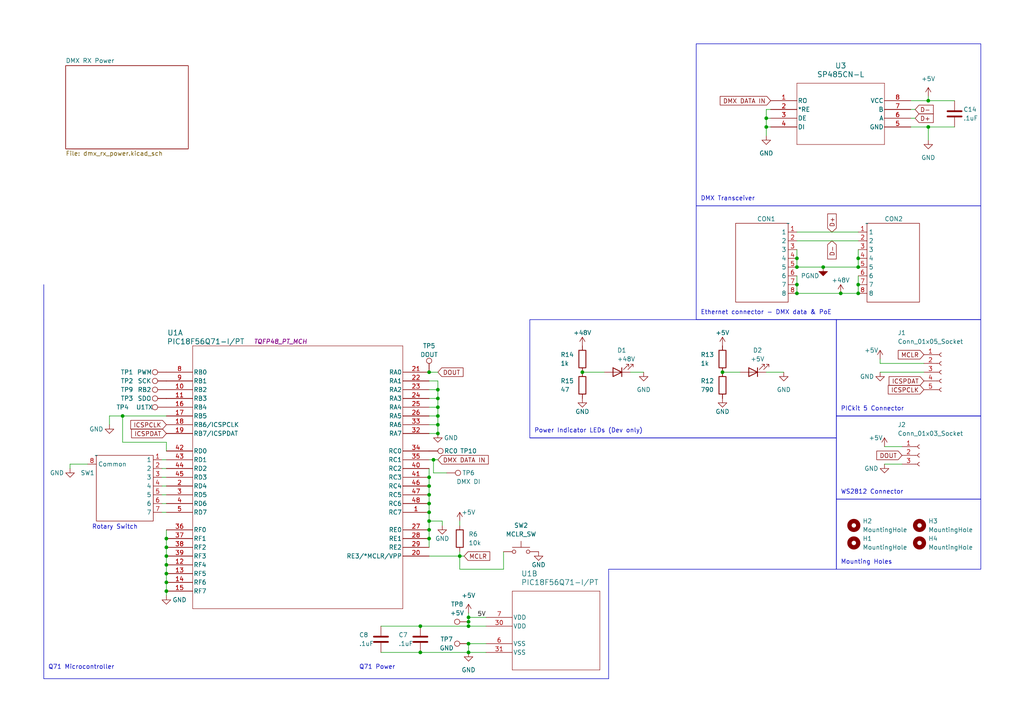
<source format=kicad_sch>
(kicad_sch (version 20230121) (generator eeschema)
  (paper "A4")
  (title_block (title "DMX Demo Receiver") (date "2023-07-21") (rev "1") (company "Microchip") (comment 1 "Josh Booth"))
  (lib_symbols
    (symbol "Connector:Conn_01x03_Socket" (pin_names (offset 1.016) hide)
      (property "Reference" "J" (at 0 5.08 0))
      (property "Value" "Conn_01x03_Socket" (at 0 -5.08 0))
      (symbol "Conn_01x03_Socket_1_1"
        (arc (start 0 -2.032) (mid -0.5058 -2.54) (end 0 -3.048) (stroke (width 0.1524)))
        (polyline (pts (xy -1.27 -2.54) (xy -0.508 -2.54)) (stroke (width 0.1524)))
        (polyline (pts (xy -1.27 0) (xy -0.508 0)) (stroke (width 0.1524)))
        (polyline (pts (xy -1.27 2.54) (xy -0.508 2.54)) (stroke (width 0.1524)))
        (arc (start 0 0.508) (mid -0.5058 0) (end 0 -0.508) (stroke (width 0.1524)))
        (arc (start 0 3.048) (mid -0.5058 2.54) (end 0 2.032) (stroke (width 0.1524)))
        (pin passive line (at -5.08 2.54 0) (length 3.81) (name "Pin_1") (number "1"))
        (pin passive line (at -5.08 0 0) (length 3.81) (name "Pin_2") (number "2"))
        (pin passive line (at -5.08 -2.54 0) (length 3.81) (name "Pin_3") (number "3"))
      )
    )
    (symbol "Connector:Conn_01x05_Socket" (pin_names (offset 1.016) hide)
      (property "Reference" "J" (at 0 7.62 0))
      (property "Value" "Conn_01x05_Socket" (at 0 -7.62 0))
      (symbol "Conn_01x05_Socket_1_1"
        (arc (start 0 -4.572) (mid -0.5058 -5.08) (end 0 -5.588) (stroke (width 0.1524)))
        (arc (start 0 -2.032) (mid -0.5058 -2.54) (end 0 -3.048) (stroke (width 0.1524)))
        (polyline (pts (xy -1.27 -5.08) (xy -0.508 -5.08)) (stroke (width 0.1524)))
        (polyline (pts (xy -1.27 -2.54) (xy -0.508 -2.54)) (stroke (width 0.1524)))
        (polyline (pts (xy -1.27 0) (xy -0.508 0)) (stroke (width 0.1524)))
        (polyline (pts (xy -1.27 2.54) (xy -0.508 2.54)) (stroke (width 0.1524)))
        (polyline (pts (xy -1.27 5.08) (xy -0.508 5.08)) (stroke (width 0.1524)))
        (arc (start 0 0.508) (mid -0.5058 0) (end 0 -0.508) (stroke (width 0.1524)))
        (arc (start 0 3.048) (mid -0.5058 2.54) (end 0 2.032) (stroke (width 0.1524)))
        (arc (start 0 5.588) (mid -0.5058 5.08) (end 0 4.572) (stroke (width 0.1524)))
        (pin passive line (at -5.08 5.08 0) (length 3.81) (name "Pin_1") (number "1"))
        (pin passive line (at -5.08 2.54 0) (length 3.81) (name "Pin_2") (number "2"))
        (pin passive line (at -5.08 0 0) (length 3.81) (name "Pin_3") (number "3"))
        (pin passive line (at -5.08 -2.54 0) (length 3.81) (name "Pin_4") (number "4"))
        (pin passive line (at -5.08 -5.08 0) (length 3.81) (name "Pin_5") (number "5"))
      )
    )
    (symbol "Connector:TestPoint" (pin_numbers hide) (pin_names (offset 0.762) hide)
      (property "Reference" "TP" (at 0 6.858 0))
      (property "Value" "TestPoint" (at 0 5.08 0))
      (symbol "TestPoint_0_1"
        (circle (center 0 3.302) (radius 0.762))
      )
      (symbol "TestPoint_1_1"
        (pin passive line (at 0 0 90) (length 2.54) (name "1") (number "1"))
      )
    )
    (symbol "Device:C" (pin_numbers hide) (pin_names (offset 0.254))
      (property "Reference" "C" (at 0.635 2.54 0))
      (property "Value" "C" (at 0.635 -2.54 0))
      (symbol "C_0_1"
        (polyline (pts (xy -2.032 -0.762) (xy 2.032 -0.762)) (stroke (width 0.508)))
        (polyline (pts (xy -2.032 0.762) (xy 2.032 0.762)) (stroke (width 0.508)))
      )
      (symbol "C_1_1"
        (pin passive line (at 0 3.81 270) (length 2.794) (name "~") (number "1"))
        (pin passive line (at 0 -3.81 90) (length 2.794) (name "~") (number "2"))
      )
    )
    (symbol "Device:LED" (pin_numbers hide) (pin_names (offset 1.016) hide)
      (property "Reference" "D" (at 0 2.54 0))
      (property "Value" "LED" (at 0 -2.54 0))
      (symbol "LED_0_1"
        (polyline (pts (xy -1.27 -1.27) (xy -1.27 1.27)) (stroke (width 0.254)))
        (polyline (pts (xy -1.27 0) (xy 1.27 0)))
        (polyline (pts (xy 1.27 -1.27) (xy 1.27 1.27) (xy -1.27 0) (xy 1.27 -1.27)) (stroke (width 0.254)))
        (polyline (pts (xy -3.048 -0.762) (xy -4.572 -2.286) (xy -3.81 -2.286) (xy -4.572 -2.286) (xy -4.572 -1.524)))
        (polyline (pts (xy -1.778 -0.762) (xy -3.302 -2.286) (xy -2.54 -2.286) (xy -3.302 -2.286) (xy -3.302 -1.524)))
      )
      (symbol "LED_1_1"
        (pin passive line (at -3.81 0 0) (length 2.54) (name "K") (number "1"))
        (pin passive line (at 3.81 0 180) (length 2.54) (name "A") (number "2"))
      )
    )
    (symbol "Device:R" (pin_numbers hide) (pin_names (offset 0))
      (property "Reference" "R" (at 2.032 0 90))
      (property "Value" "R" (at 0 0 90))
      (symbol "R_0_1"
        (rectangle (start -1.016 -2.54) (end 1.016 2.54) (stroke (width 0.254)))
      )
      (symbol "R_1_1"
        (pin passive line (at 0 3.81 270) (length 1.27) (name "~") (number "1"))
        (pin passive line (at 0 -3.81 90) (length 1.27) (name "~") (number "2"))
      )
    )
    (symbol "GND1_1" (power) (pin_names (offset 0))
      (property "Value" "PGND" (at 3.81 -2.54 0))
      (symbol "GND1_1_1_1"
        (polyline (pts (xy 0 0) (xy 0 -1.27) (xy 1.27 -1.27) (xy 0 -2.54) (xy -1.27 -1.27) (xy 0 -1.27)) (fill (type outline)))
        (pin power_in line (at 0 0 0) (length 0) hide (name "PGND") (number "1"))
      )
    )
    (symbol "Mechanical:MountingHole" (pin_names (offset 1.016))
      (property "Reference" "H" (at 0 5.08 0))
      (property "Value" "MountingHole" (at 0 3.175 0))
      (symbol "MountingHole_0_1"
        (circle (center 0 0) (radius 1.27) (stroke (width 1.27)))
      )
    )
    (symbol "PIC18F56Q71-I-PT:PIC18F56Q71-I_PT" (pin_names (offset 0.254))
      (property "Reference" "U" (at 38.1 12.7 0))
      (property "Value" "PIC18F56Q71-I/PT" (at 38.1 10.16 0))
      (symbol "PIC18F56Q71-I_PT_1_1"
        (polyline (pts (xy 7.62 -68.58) (xy 68.58 -68.58)) (stroke (width 0.127)))
        (polyline (pts (xy 7.62 7.62) (xy 7.62 -68.58)) (stroke (width 0.127)))
        (polyline (pts (xy 68.58 -68.58) (xy 68.58 7.62)) (stroke (width 0.127)))
        (polyline (pts (xy 68.58 7.62) (xy 7.62 7.62)) (stroke (width 0.127)))
        (pin bidirectional line (at 76.2 -40.64 180) (length 7.62) (name "RC7") (number "1"))
        (pin bidirectional line (at 0 -5.08 0) (length 7.62) (name "RB2") (number "10"))
        (pin bidirectional line (at 0 -7.62 0) (length 7.62) (name "RB3") (number "11"))
        (pin bidirectional line (at 0 -55.88 0) (length 7.62) (name "RF4") (number "12"))
        (pin bidirectional line (at 0 -58.42 0) (length 7.62) (name "RF5") (number "13"))
        (pin bidirectional line (at 0 -60.96 0) (length 7.62) (name "RF6") (number "14"))
        (pin bidirectional line (at 0 -63.5 0) (length 7.62) (name "RF7") (number "15"))
        (pin bidirectional line (at 0 -10.16 0) (length 7.62) (name "RB4") (number "16"))
        (pin bidirectional line (at 0 -12.7 0) (length 7.62) (name "RB5") (number "17"))
        (pin bidirectional line (at 0 -15.24 0) (length 7.62) (name "RB6/ICSPCLK") (number "18"))
        (pin bidirectional line (at 0 -17.78 0) (length 7.62) (name "RB7/ICSPDAT") (number "19"))
        (pin bidirectional line (at 0 -33.02 0) (length 7.62) (name "RD4") (number "2"))
        (pin bidirectional line (at 76.2 -53.34 180) (length 7.62) (name "RE3/*MCLR/VPP") (number "20"))
        (pin bidirectional line (at 76.2 0 180) (length 7.62) (name "RA0") (number "21"))
        (pin bidirectional line (at 76.2 -2.54 180) (length 7.62) (name "RA1") (number "22"))
        (pin bidirectional line (at 76.2 -5.08 180) (length 7.62) (name "RA2") (number "23"))
        (pin bidirectional line (at 76.2 -7.62 180) (length 7.62) (name "RA3") (number "24"))
        (pin bidirectional line (at 76.2 -10.16 180) (length 7.62) (name "RA4") (number "25"))
        (pin bidirectional line (at 76.2 -12.7 180) (length 7.62) (name "RA5") (number "26"))
        (pin bidirectional line (at 76.2 -45.72 180) (length 7.62) (name "RE0") (number "27"))
        (pin bidirectional line (at 76.2 -48.26 180) (length 7.62) (name "RE1") (number "28"))
        (pin bidirectional line (at 76.2 -50.8 180) (length 7.62) (name "RE2") (number "29"))
        (pin bidirectional line (at 0 -35.56 0) (length 7.62) (name "RD5") (number "3"))
        (pin bidirectional line (at 76.2 -17.78 180) (length 7.62) (name "RA7") (number "32"))
        (pin bidirectional line (at 76.2 -15.24 180) (length 7.62) (name "RA6") (number "33"))
        (pin bidirectional line (at 76.2 -22.86 180) (length 7.62) (name "RC0") (number "34"))
        (pin bidirectional line (at 76.2 -25.4 180) (length 7.62) (name "RC1") (number "35"))
        (pin bidirectional line (at 0 -45.72 0) (length 7.62) (name "RF0") (number "36"))
        (pin bidirectional line (at 0 -48.26 0) (length 7.62) (name "RF1") (number "37"))
        (pin bidirectional line (at 0 -50.8 0) (length 7.62) (name "RF2") (number "38"))
        (pin bidirectional line (at 0 -53.34 0) (length 7.62) (name "RF3") (number "39"))
        (pin bidirectional line (at 0 -38.1 0) (length 7.62) (name "RD6") (number "4"))
        (pin bidirectional line (at 76.2 -27.94 180) (length 7.62) (name "RC2") (number "40"))
        (pin bidirectional line (at 76.2 -30.48 180) (length 7.62) (name "RC3") (number "41"))
        (pin bidirectional line (at 0 -22.86 0) (length 7.62) (name "RD0") (number "42"))
        (pin bidirectional line (at 0 -25.4 0) (length 7.62) (name "RD1") (number "43"))
        (pin bidirectional line (at 0 -27.94 0) (length 7.62) (name "RD2") (number "44"))
        (pin bidirectional line (at 0 -30.48 0) (length 7.62) (name "RD3") (number "45"))
        (pin bidirectional line (at 76.2 -33.02 180) (length 7.62) (name "RC4") (number "46"))
        (pin bidirectional line (at 76.2 -35.56 180) (length 7.62) (name "RC5") (number "47"))
        (pin bidirectional line (at 76.2 -38.1 180) (length 7.62) (name "RC6") (number "48"))
        (pin bidirectional line (at 0 -40.64 0) (length 7.62) (name "RD7") (number "5"))
        (pin bidirectional line (at 0 0 0) (length 7.62) (name "RB0") (number "8"))
        (pin bidirectional line (at 0 -2.54 0) (length 7.62) (name "RB1") (number "9"))
      )
      (symbol "PIC18F56Q71-I_PT_2_1"
        (polyline (pts (xy 7.62 -15.24) (xy 33.02 -15.24)) (stroke (width 0.127)))
        (polyline (pts (xy 7.62 7.62) (xy 7.62 -15.24)) (stroke (width 0.127)))
        (polyline (pts (xy 33.02 -15.24) (xy 33.02 7.62)) (stroke (width 0.127)))
        (polyline (pts (xy 33.02 7.62) (xy 7.62 7.62)) (stroke (width 0.127)))
        (pin power_in line (at 0 -2.54 0) (length 7.62) (name "VDD") (number "30"))
        (pin power_out line (at 0 -10.16 0) (length 7.62) (name "VSS") (number "31"))
        (pin power_out line (at 0 -7.62 0) (length 7.62) (name "VSS") (number "6"))
        (pin power_in line (at 0 0 0) (length 7.62) (name "VDD") (number "7"))
      )
    )
    (symbol "SP485CN-L:SP485CN-L" (pin_names (offset 0.254))
      (property "Reference" "U" (at 20.32 10.16 0))
      (property "Value" "SP485CN-L" (at 20.32 7.62 0))
      (symbol "SP485CN-L_0_1"
        (polyline (pts (xy 7.62 -12.7) (xy 33.02 -12.7)) (stroke (width 0.127)))
        (polyline (pts (xy 7.62 5.08) (xy 7.62 -12.7)) (stroke (width 0.127)))
        (polyline (pts (xy 33.02 -12.7) (xy 33.02 5.08)) (stroke (width 0.127)))
        (polyline (pts (xy 33.02 5.08) (xy 7.62 5.08)) (stroke (width 0.127)))
        (pin output line (at 0 0 0) (length 7.62) (name "RO") (number "1"))
        (pin output line (at 0 -2.54 0) (length 7.62) (name "*RE") (number "2"))
        (pin output line (at 0 -5.08 0) (length 7.62) (name "DE") (number "3"))
        (pin input line (at 0 -7.62 0) (length 7.62) (name "DI") (number "4"))
        (pin power_out line (at 40.64 -7.62 180) (length 7.62) (name "GND") (number "5"))
        (pin bidirectional line (at 40.64 -5.08 180) (length 7.62) (name "A") (number "6"))
        (pin bidirectional line (at 40.64 -2.54 180) (length 7.62) (name "B") (number "7"))
        (pin power_in line (at 40.64 0 180) (length 7.62) (name "VCC") (number "8"))
      )
    )
    (symbol "Switch:SW_Push" (pin_numbers hide) (pin_names (offset 1.016) hide)
      (property "Reference" "SW" (at 1.27 2.54 0))
      (property "Value" "SW_Push" (at 0 -1.524 0))
      (symbol "SW_Push_0_1"
        (circle (center -2.032 0) (radius 0.508))
        (polyline (pts (xy 0 1.27) (xy 0 3.048)))
        (polyline (pts (xy 2.54 1.27) (xy -2.54 1.27)))
        (circle (center 2.032 0) (radius 0.508))
        (pin passive line (at -5.08 0 0) (length 2.54) (name "1") (number "1"))
        (pin passive line (at 5.08 0 180) (length 2.54) (name "2") (number "2"))
      )
    )
    (symbol "dmx_components_library:E5J88-00LJG2-L"
      (property "Reference" "CON" (at 1.27 1.27 0))
      (symbol "E5J88-00LJG2-L_0_1"
        (rectangle (start 0 0) (end 15.24 -22.86))
      )
      (symbol "E5J88-00LJG2-L_1_1"
        (pin bidirectional line (at -2.54 -2.54 0) (length 2.54) (name "1") (number "1"))
        (pin bidirectional line (at -2.54 -5.08 0) (length 2.54) (name "2") (number "2"))
        (pin bidirectional line (at -2.54 -7.62 0) (length 2.54) (name "3") (number "3"))
        (pin bidirectional line (at -2.54 -10.16 0) (length 2.54) (name "4") (number "4"))
        (pin bidirectional line (at -2.54 -12.7 0) (length 2.54) (name "5") (number "5"))
        (pin bidirectional line (at -2.54 -15.24 0) (length 2.54) (name "6") (number "6"))
        (pin bidirectional line (at -2.54 -17.78 0) (length 2.54) (name "7") (number "7"))
        (pin bidirectional line (at -2.54 -20.32 0) (length 2.54) (name "8") (number "8"))
      )
    )
    (symbol "dmx_components_library:RM100772BCB"
      (property "Reference" "SW" (at -1.27 2.54 0))
      (symbol "RM100772BCB_0_1"
        (rectangle (start 0 0) (end 16.51 -19.05))
      )
      (symbol "RM100772BCB_1_1"
        (pin bidirectional line (at 19.05 -1.27 180) (length 2.54) (name "1") (number "1"))
        (pin bidirectional line (at 19.05 -3.81 180) (length 2.54) (name "2") (number "2"))
        (pin bidirectional line (at 19.05 -6.35 180) (length 2.54) (name "3") (number "3"))
        (pin bidirectional line (at 19.05 -8.89 180) (length 2.54) (name "4") (number "4"))
        (pin bidirectional line (at 19.05 -11.43 180) (length 2.54) (name "5") (number "5"))
        (pin bidirectional line (at 19.05 -13.97 180) (length 2.54) (name "6") (number "6"))
        (pin bidirectional line (at 19.05 -16.51 180) (length 2.54) (name "7") (number "7"))
        (pin bidirectional line (at -2.54 -2.54 0) (length 2.54) (name "Common") (number "8"))
      )
    )
    (symbol "power:+48V" (power) (pin_names (offset 0))
      (property "Value" "+48V" (at 0 3.556 0))
      (symbol "+48V_0_1"
        (polyline (pts (xy -0.762 1.27) (xy 0 2.54)))
        (polyline (pts (xy 0 0) (xy 0 2.54)))
        (polyline (pts (xy 0 2.54) (xy 0.762 1.27)))
      )
      (symbol "+48V_1_1"
        (pin power_in line (at 0 0 90) (length 0) hide (name "+48V") (number "1"))
      )
    )
    (symbol "power:+5V" (power) (pin_names (offset 0))
      (property "Value" "+5V" (at 0 3.556 0))
      (symbol "+5V_0_1"
        (polyline (pts (xy -0.762 1.27) (xy 0 2.54)))
        (polyline (pts (xy 0 0) (xy 0 2.54)))
        (polyline (pts (xy 0 2.54) (xy 0.762 1.27)))
      )
      (symbol "+5V_1_1"
        (pin power_in line (at 0 0 90) (length 0) hide (name "+5V") (number "1"))
      )
    )
    (symbol "power:GND" (power) (pin_names (offset 0))
      (property "Value" "GND" (at 0 -3.81 0))
      (symbol "GND_0_1"
        (polyline (pts (xy 0 0) (xy 0 -1.27) (xy 1.27 -1.27) (xy 0 -2.54) (xy -1.27 -1.27) (xy 0 -1.27)))
      )
      (symbol "GND_1_1"
        (pin power_in line (at 0 0 270) (length 0) hide (name "GND") (number "1"))
      )
    )
  )
  (junction (at 124.46 140.97))
  (junction (at 269.24 29.21))
  (junction (at 127 118.11))
  (junction (at 121.92 189.23))
  (junction (at 135.89 181.61))
  (junction (at 248.92 82.55))
  (junction (at 124.46 143.51))
  (junction (at 124.46 156.21))
  (junction (at 135.89 180.34))
  (junction (at 231.14 85.09))
  (junction (at 48.26 171.45))
  (junction (at 48.26 158.75))
  (junction (at 133.35 161.29))
  (junction (at 222.25 34.29))
  (junction (at 238.76 77.47))
  (junction (at 269.24 36.83))
  (junction (at 231.14 82.55))
  (junction (at 121.92 181.61))
  (junction (at 127 115.57))
  (junction (at 248.92 77.47))
  (junction (at 248.92 85.09))
  (junction (at 124.46 107.95))
  (junction (at 135.89 179.07))
  (junction (at 127 120.65))
  (junction (at 231.14 74.93))
  (junction (at 125.73 133.35))
  (junction (at 48.26 163.83))
  (junction (at 48.26 156.21))
  (junction (at 243.84 85.09))
  (junction (at 222.25 36.83))
  (junction (at 48.26 161.29))
  (junction (at 124.46 151.13))
  (junction (at 248.92 74.93))
  (junction (at 124.46 148.59))
  (junction (at 209.55 107.95))
  (junction (at 127 125.73))
  (junction (at 127 113.03))
  (junction (at 135.89 186.69))
  (junction (at 124.46 153.67))
  (junction (at 48.26 166.37))
  (junction (at 168.91 107.95))
  (junction (at 48.26 168.91))
  (junction (at 124.46 146.05))
  (junction (at 35.56 120.65))
  (junction (at 135.89 189.23))
  (junction (at 127 123.19))
  (junction (at 124.46 138.43))
  (junction (at 231.14 77.47))
  (wire (pts (xy 125.73 137.16) (xy 129.54 137.16)))
  (wire (pts (xy 231.14 72.39) (xy 231.14 74.93)))
  (wire (pts (xy 168.91 107.95) (xy 175.26 107.95)))
  (wire (pts (xy 231.14 85.09) (xy 243.84 85.09)))
  (wire (pts (xy 248.92 72.39) (xy 248.92 74.93)))
  (wire (pts (xy 46.99 135.89) (xy 48.26 135.89)))
  (wire (pts (xy 48.26 153.67) (xy 48.26 156.21)))
  (polyline (pts (xy 12.7 196.85) (xy 176.53 196.85)))
  (wire (pts (xy 128.27 151.13) (xy 128.27 152.4)))
  (wire (pts (xy 256.54 129.54) (xy 261.62 129.54)))
  (wire (pts (xy 31.75 120.65) (xy 35.56 120.65)))
  (wire (pts (xy 110.49 189.23) (xy 121.92 189.23)))
  (wire (pts (xy 222.25 34.29) (xy 223.52 34.29)))
  (wire (pts (xy 222.25 107.95) (xy 227.33 107.95)))
  (wire (pts (xy 140.97 186.69) (xy 135.89 186.69)))
  (wire (pts (xy 48.26 156.21) (xy 48.26 158.75)))
  (wire (pts (xy 124.46 135.89) (xy 124.46 138.43)))
  (wire (pts (xy 48.26 161.29) (xy 48.26 163.83)))
  (wire (pts (xy 127 123.19) (xy 127 125.73)))
  (wire (pts (xy 127 110.49) (xy 127 113.03)))
  (wire (pts (xy 127 113.03) (xy 127 115.57)))
  (wire (pts (xy 48.26 158.75) (xy 48.26 161.29)))
  (wire (pts (xy 48.26 168.91) (xy 48.26 171.45)))
  (wire (pts (xy 231.14 67.31) (xy 248.92 67.31)))
  (wire (pts (xy 231.14 77.47) (xy 238.76 77.47)))
  (polyline (pts (xy 12.7 92.71) (xy 12.7 82.55)))
  (wire (pts (xy 124.46 140.97) (xy 124.46 143.51)))
  (wire (pts (xy 209.55 107.95) (xy 214.63 107.95)))
  (wire (pts (xy 121.92 189.23) (xy 135.89 189.23)))
  (wire (pts (xy 48.26 171.45) (xy 48.26 172.72)))
  (wire (pts (xy 269.24 29.21) (xy 276.86 29.21)))
  (polyline (pts (xy 242.57 127) (xy 153.67 127)))
  (wire (pts (xy 125.73 133.35) (xy 124.46 133.35)))
  (wire (pts (xy 133.35 151.13) (xy 133.35 152.4)))
  (wire (pts (xy 124.46 110.49) (xy 127 110.49)))
  (wire (pts (xy 127 120.65) (xy 127 123.19)))
  (wire (pts (xy 222.25 39.37) (xy 222.25 36.83)))
  (wire (pts (xy 231.14 69.85) (xy 248.92 69.85)))
  (wire (pts (xy 269.24 36.83) (xy 269.24 40.64)))
  (wire (pts (xy 31.75 123.19) (xy 31.75 120.65)))
  (wire (pts (xy 124.46 153.67) (xy 124.46 156.21)))
  (wire (pts (xy 256.54 134.62) (xy 261.62 134.62)))
  (wire (pts (xy 133.35 160.02) (xy 133.35 161.29)))
  (wire (pts (xy 20.32 135.89) (xy 20.32 134.62)))
  (polyline (pts (xy 176.53 165.1) (xy 242.57 165.1)))
  (wire (pts (xy 248.92 80.01) (xy 248.92 82.55)))
  (wire (pts (xy 35.56 128.27) (xy 35.56 120.65)))
  (wire (pts (xy 135.89 186.69) (xy 135.89 189.23)))
  (wire (pts (xy 264.16 34.29) (xy 265.43 34.29)))
  (wire (pts (xy 124.46 148.59) (xy 124.46 151.13)))
  (wire (pts (xy 125.73 133.35) (xy 125.73 137.16)))
  (wire (pts (xy 135.89 179.07) (xy 135.89 180.34)))
  (wire (pts (xy 146.05 165.1) (xy 146.05 160.02)))
  (wire (pts (xy 269.24 29.21) (xy 264.16 29.21)))
  (wire (pts (xy 269.24 36.83) (xy 276.86 36.83)))
  (wire (pts (xy 124.46 113.03) (xy 127 113.03)))
  (wire (pts (xy 124.46 146.05) (xy 124.46 148.59)))
  (wire (pts (xy 127 115.57) (xy 127 118.11)))
  (wire (pts (xy 243.84 85.09) (xy 248.92 85.09)))
  (polyline (pts (xy 176.53 196.85) (xy 176.53 165.1)))
  (wire (pts (xy 248.92 74.93) (xy 248.92 77.47)))
  (wire (pts (xy 124.46 123.19) (xy 127 123.19)))
  (wire (pts (xy 124.46 151.13) (xy 124.46 153.67)))
  (polyline (pts (xy 12.7 92.71) (xy 12.7 196.85)))
  (wire (pts (xy 223.52 31.75) (xy 222.25 31.75)))
  (wire (pts (xy 133.35 161.29) (xy 133.35 165.1)))
  (wire (pts (xy 135.89 180.34) (xy 135.89 181.61)))
  (wire (pts (xy 255.27 105.41) (xy 255.27 104.14)))
  (wire (pts (xy 124.46 120.65) (xy 127 120.65)))
  (wire (pts (xy 264.16 36.83) (xy 269.24 36.83)))
  (wire (pts (xy 124.46 115.57) (xy 127 115.57)))
  (wire (pts (xy 48.26 163.83) (xy 48.26 166.37)))
  (wire (pts (xy 222.25 31.75) (xy 222.25 34.29)))
  (wire (pts (xy 231.14 80.01) (xy 231.14 82.55)))
  (wire (pts (xy 127 133.35) (xy 125.73 133.35)))
  (wire (pts (xy 231.14 82.55) (xy 231.14 85.09)))
  (wire (pts (xy 231.14 74.93) (xy 231.14 77.47)))
  (wire (pts (xy 46.99 143.51) (xy 48.26 143.51)))
  (polyline (pts (xy 242.57 165.1) (xy 242.57 127)))
  (wire (pts (xy 135.89 177.8) (xy 135.89 179.07)))
  (wire (pts (xy 222.25 36.83) (xy 223.52 36.83)))
  (wire (pts (xy 121.92 181.61) (xy 135.89 181.61)))
  (wire (pts (xy 135.89 181.61) (xy 140.97 181.61)))
  (wire (pts (xy 48.26 166.37) (xy 48.26 168.91)))
  (wire (pts (xy 124.46 118.11) (xy 127 118.11)))
  (wire (pts (xy 124.46 138.43) (xy 124.46 140.97)))
  (wire (pts (xy 48.26 128.27) (xy 35.56 128.27)))
  (wire (pts (xy 20.32 134.62) (xy 25.4 134.62)))
  (wire (pts (xy 124.46 156.21) (xy 124.46 158.75)))
  (wire (pts (xy 48.26 128.27) (xy 48.26 130.81)))
  (wire (pts (xy 133.35 165.1) (xy 146.05 165.1)))
  (wire (pts (xy 248.92 82.55) (xy 248.92 85.09)))
  (wire (pts (xy 267.97 105.41) (xy 255.27 105.41)))
  (wire (pts (xy 46.99 148.59) (xy 48.26 148.59)))
  (wire (pts (xy 135.89 189.23) (xy 140.97 189.23)))
  (wire (pts (xy 124.46 125.73) (xy 127 125.73)))
  (wire (pts (xy 46.99 133.35) (xy 48.26 133.35)))
  (wire (pts (xy 110.49 181.61) (xy 121.92 181.61)))
  (wire (pts (xy 269.24 27.94) (xy 269.24 29.21)))
  (wire (pts (xy 124.46 151.13) (xy 128.27 151.13)))
  (wire (pts (xy 127 118.11) (xy 127 120.65)))
  (wire (pts (xy 46.99 138.43) (xy 48.26 138.43)))
  (wire (pts (xy 255.27 107.95) (xy 267.97 107.95)))
  (wire (pts (xy 35.56 120.65) (xy 48.26 120.65)))
  (wire (pts (xy 46.99 140.97) (xy 48.26 140.97)))
  (wire (pts (xy 238.76 77.47) (xy 248.92 77.47)))
  (wire (pts (xy 264.16 31.75) (xy 265.43 31.75)))
  (wire (pts (xy 135.89 179.07) (xy 140.97 179.07)))
  (wire (pts (xy 124.46 107.95) (xy 127 107.95)))
  (wire (pts (xy 182.88 107.95) (xy 186.69 107.95)))
  (wire (pts (xy 46.99 146.05) (xy 48.26 146.05)))
  (wire (pts (xy 222.25 36.83) (xy 222.25 34.29)))
  (wire (pts (xy 133.35 161.29) (xy 124.46 161.29)))
  (wire (pts (xy 134.62 161.29) (xy 133.35 161.29)))
  (wire (pts (xy 124.46 143.51) (xy 124.46 146.05)))
  (rectangle (start 242.57 120.65) (end 284.48 144.78))
  (rectangle (start 153.67 92.71) (end 242.57 127))
  (rectangle (start 201.93 59.69) (end 284.48 92.71))
  (rectangle (start 242.57 92.71) (end 284.48 120.65))
  (rectangle (start 201.93 12.7) (end 284.48 59.69))
  (rectangle (start 242.57 144.78) (end 284.48 165.1))
  (text "DMX Transceiver\n" (at 203.2 58.42 0) (effects (font (size 1.27 1.27)) (justify left bottom)))
  (text "Ethernet connector - DMX data & PoE" (at 203.2 91.44 0) (effects (font (size 1.27 1.27)) (justify left bottom)))
  (text "WS2812 Connector\n" (at 243.84 143.51 0) (effects (font (size 1.27 1.27)) (justify left bottom)))
  (text "Q71 Power" (at 104.14 194.31 0) (effects (font (size 1.27 1.27)) (justify left bottom)))
  (text "PICkit 5 Connector\n" (at 243.84 119.38 0) (effects (font (size 1.27 1.27)) (justify left bottom)))
  (text "Power Indicator LEDs (Dev only)" (at 154.94 125.73 0) (effects (font (size 1.27 1.27)) (justify left bottom)))
  (text "Mounting Holes\n" (at 243.84 163.83 0) (effects (font (size 1.27 1.27)) (justify left bottom)))
  (text "Q71 Microcontroller" (at 13.97 194.31 0) (effects (font (size 1.27 1.27)) (justify left bottom)))
  (text "Rotary Switch\n" (at 26.67 153.67 0) (effects (font (size 1.27 1.27)) (justify left bottom)))
  (label "5V" (at 138.43 179.07 0))
  (global_label "D+" (shape input) (at 265.43 34.29 0) (property "Intersheetrefs" "${INTERSHEET_REFS}" (effects hide)))
  (global_label "DOUT" (shape input) (at 127 107.95 0) (property "Intersheetrefs" "${INTERSHEET_REFS}" (effects hide)))
  (global_label "ICSPCLK" (shape input) (at 48.26 123.19 180) (property "Intersheetrefs" "${INTERSHEET_REFS}" (effects hide)))
  (global_label "DMX DATA IN" (shape input) (at 127 133.35 0) (property "Intersheetrefs" "${INTERSHEET_REFS}" (effects hide)))
  (global_label "ICSPCLK" (shape input) (at 267.97 113.03 180) (property "Intersheetrefs" "${INTERSHEET_REFS}" (effects hide)))
  (global_label "D-" (shape input) (at 265.43 31.75 0) (property "Intersheetrefs" "${INTERSHEET_REFS}" (effects hide)))
  (global_label "ICSPDAT" (shape input) (at 48.26 125.73 180) (property "Intersheetrefs" "${INTERSHEET_REFS}" (effects hide)))
  (global_label "ICSPDAT" (shape input) (at 267.97 110.49 180) (property "Intersheetrefs" "${INTERSHEET_REFS}" (effects hide)))
  (global_label "DMX DATA IN" (shape input) (at 223.52 29.21 180) (property "Intersheetrefs" "${INTERSHEET_REFS}" (effects hide)))
  (global_label "MCLR" (shape input) (at 267.97 102.87 180) (property "Intersheetrefs" "${INTERSHEET_REFS}" (effects hide)))
  (global_label "D-" (shape input) (at 241.3 69.85 270) (property "Intersheetrefs" "${INTERSHEET_REFS}" (effects hide)))
  (global_label "DOUT" (shape input) (at 261.62 132.08 180) (property "Intersheetrefs" "${INTERSHEET_REFS}" (effects hide)))
  (global_label "D+" (shape input) (at 241.3 67.31 90) (property "Intersheetrefs" "${INTERSHEET_REFS}" (effects hide)))
  (global_label "MCLR" (shape input) (at 134.62 161.29 0) (property "Intersheetrefs" "${INTERSHEET_REFS}" (effects hide)))
  (symbol (lib_id "dmx_components_library:RM100772BCB") (at 27.94 132.08 0) (unit 1)
    (property "Reference" "SW1" (at 25.4 137.16 0))
    (property "Value" "~" (at 27.94 132.08 0))
  )
  (symbol (lib_id "power:GND") (at 127 125.73 0) (unit 1)
    (property "Reference" "#PWR015" (effects hide))
    (property "Value" "GND" (at 130.81 127 0))
  )
  (symbol (lib_id "Mechanical:MountingHole") (at 247.65 157.48 0) (unit 1)
    (property "Reference" "H1" (at 250.19 156.21 0) (effects (justify left)))
    (property "Value" "MountingHole" (at 250.19 158.75 0) (effects (justify left)))
    (property "Footprint" "MountingHole:MountingHole_3.2mm_M3" (effects hide))
    (property "Vendor" "N/A" (effects hide))
  )
  (symbol (lib_id "Connector:TestPoint") (at 48.26 110.49 90) (unit 1)
    (property "Reference" "TP2" (at 36.83 110.49 90))
    (property "Value" "SCK" (at 41.91 110.49 90))
    (property "Footprint" "TestPoint:TestPoint_Pad_D1.0mm" (effects hide))
    (property "Vendor" "N/A" (effects hide))
  )
  (symbol (lib_id "Connector:Conn_01x05_Socket") (at 273.05 107.95 0) (unit 1)
    (property "Reference" "J1" (at 260.35 96.52 0) (effects (justify left)))
    (property "Value" "Conn_01x05_Socket" (at 260.35 99.06 0) (effects (justify left)))
    (property "Footprint" "Connector_PinHeader_2.54mm:PinHeader_1x05_P2.54mm_Vertical" (effects hide))
    (property "Vendor" "https://www.digikey.com/en/products/detail/w%C3%BCrth-elektronik/61300511121/4846831" (effects hide))
  )
  (symbol (lib_id "Connector:TestPoint") (at 124.46 107.95 0) (unit 1)
    (property "Reference" "TP5" (at 124.46 100.33 0))
    (property "Value" "DOUT" (at 124.46 102.87 0))
    (property "Footprint" "TestPoint:TestPoint_Pad_D1.0mm" (effects hide))
    (property "Vendor" "N/A" (effects hide))
  )
  (symbol (lib_id "Connector:Conn_01x03_Socket") (at 266.7 132.08 0) (unit 1)
    (property "Reference" "J2" (at 260.35 123.19 0) (effects (justify left)))
    (property "Value" "Conn_01x03_Socket" (at 260.35 125.73 0) (effects (justify left)))
    (property "Footprint" "Connector_PinHeader_2.54mm:PinHeader_1x03_P2.54mm_Vertical" (effects hide))
    (property "Vendor" "https://www.digikey.com/en/products/detail/w%C3%BCrth-elektronik/61300311121/4846825" (effects hide))
  )
  (symbol (lib_id "Device:LED") (at 179.07 107.95 180) (unit 1)
    (property "Reference" "D1" (at 180.34 101.6 0))
    (property "Value" "+48V" (at 181.61 104.14 0))
    (property "Footprint" "Resistor_SMD:R_0201_0603Metric_Pad0.64x0.40mm_HandSolder" (effects hide))
    (property "Vendor" "https://www.digikey.com/en/products/detail/liteon/LTST-C191KSKT/386839" (effects hide))
  )
  (symbol (lib_id "power:+5V") (at 135.89 177.8 0) (unit 1)
    (property "Reference" "#PWR024" (effects hide))
    (property "Value" "+5V" (at 135.89 172.72 0))
  )
  (symbol (lib_id "power:+5V") (at 256.54 129.54 0) (unit 1)
    (property "Reference" "#PWR022" (effects hide))
    (property "Value" "+5V" (at 254 127 0))
  )
  (symbol (lib_id "Device:R") (at 209.55 104.14 180) (unit 1)
    (property "Reference" "R13" (at 203.2 102.87 0) (effects (justify right)))
    (property "Value" "1k" (at 203.2 105.41 0) (effects (justify right)))
    (property "Footprint" "Resistor_SMD:R_0402_1005Metric_Pad0.72x0.64mm_HandSolder" (effects hide))
    (property "Vendor" "https://www.digikey.com/en/products/detail/susumu/RR0510P-102-D/432398" (effects hide))
  )
  (symbol (lib_id "power:+48V") (at 168.91 100.33 0) (unit 1)
    (property "Reference" "#PWR037" (effects hide))
    (property "Value" "+48V" (at 168.91 96.52 0))
  )
  (symbol (lib_id "dmx_components_library:E5J88-00LJG2-L") (at 228.6 64.77 0) (mirror y) (unit 1)
    (property "Reference" "CON1" (at 222.25 63.5 0))
    (property "Value" "~" (at 228.6 64.77 0))
    (property "Footprint" "E5J88-00LJG2-L:E5J88-00LJG2-L" (effects hide))
    (property "Vendor" "https://www.digikey.com/en/products/detail/pulse-electronics/E5J88-00LJG2-L/1785312" (effects hide))
  )
  (symbol (lib_id "Connector:TestPoint") (at 135.89 180.34 90) (unit 1)
    (property "Reference" "TP8" (at 132.588 175.26 90))
    (property "Value" "+5V" (at 132.588 177.8 90))
    (property "Footprint" "TestPoint:TestPoint_Pad_D1.0mm" (effects hide))
    (property "Vendor" "N/A" (effects hide))
  )
  (symbol (lib_id "Connector:TestPoint") (at 48.26 115.57 90) (unit 1)
    (property "Reference" "TP3" (at 36.83 115.57 90))
    (property "Value" "SDO" (at 41.91 115.57 90))
    (property "Footprint" "TestPoint:TestPoint_Pad_D1.0mm" (effects hide))
    (property "Vendor" "N/A" (effects hide))
  )
  (symbol (lib_id "Mechanical:MountingHole") (at 247.65 152.4 0) (unit 1)
    (property "Reference" "H2" (at 250.19 151.13 0) (effects (justify left)))
    (property "Value" "MountingHole" (at 250.19 153.67 0) (effects (justify left)))
    (property "Footprint" "MountingHole:MountingHole_3.2mm_M3" (effects hide))
    (property "Vendor" "N/A" (effects hide))
  )
  (symbol (lib_id "Device:R") (at 209.55 111.76 180) (unit 1)
    (property "Reference" "R12" (at 203.2 110.49 0) (effects (justify right)))
    (property "Value" "790" (at 203.2 113.03 0) (effects (justify right)))
    (property "Footprint" "Resistor_SMD:R_0402_1005Metric_Pad0.72x0.64mm_HandSolder" (effects hide))
    (property "Vendor" "https://www.digikey.com/en/products/detail/yageo/RC0402FR-07787RL/5281093" (effects hide))
  )
  (symbol (lib_id "Mechanical:MountingHole") (at 266.7 152.4 0) (unit 1)
    (property "Reference" "H3" (at 269.24 151.13 0) (effects (justify left)))
    (property "Value" "MountingHole" (at 269.24 153.67 0) (effects (justify left)))
    (property "Footprint" "MountingHole:MountingHole_3.2mm_M3" (effects hide))
    (property "Vendor" "N/A" (effects hide))
  )
  (symbol (lib_id "power:GND") (at 209.55 115.57 0) (unit 1)
    (property "Reference" "#PWR036" (effects hide))
    (property "Value" "GND" (at 209.55 119.38 0))
  )
  (symbol (lib_id "PIC18F56Q71-I-PT:PIC18F56Q71-I_PT") (at 48.26 107.95 0) (unit 1)
    (property "Reference" "U1" (at 50.8 96.52 0) (effects (font (size 1.524 1.524))))
    (property "Value" "PIC18F56Q71-I/PT" (at 59.69 99.06 0) (effects (font (size 1.524 1.524))))
    (property "Footprint" "TQFP48_PT_MCH" (at 81.28 99.06 0) (effects (font italic)))
    (property "Datasheet" "PIC18F56Q71-I/PT" (effects hide))
    (property "Vendor" "https://www.digikey.com/en/products/detail/microchip-technology/PIC18F56Q71-I-PT/17631044" (effects hide))
  )
  (symbol (lib_id "power:GND") (at 20.32 135.89 0) (unit 1)
    (property "Reference" "#PWR017" (effects hide))
    (property "Value" "GND" (at 16.51 137.16 0))
  )
  (symbol (lib_id "Device:R") (at 168.91 104.14 180) (unit 1)
    (property "Reference" "R14" (at 162.56 102.87 0) (effects (justify right)))
    (property "Value" "1k" (at 162.56 105.41 0) (effects (justify right)))
    (property "Footprint" "Resistor_SMD:R_0402_1005Metric_Pad0.72x0.64mm_HandSolder" (effects hide))
    (property "Vendor" "https://www.digikey.com/en/products/detail/susumu/RR0510P-102-D/432398" (effects hide))
  )
  (symbol (lib_id "Device:LED") (at 218.44 107.95 180) (unit 1)
    (property "Reference" "D2" (at 219.71 101.6 0))
    (property "Value" "+5V" (at 219.71 104.14 0))
    (property "Footprint" "Resistor_SMD:R_0201_0603Metric_Pad0.64x0.40mm_HandSolder" (effects hide))
    (property "Vendor" "https://www.digikey.com/en/products/detail/liteon/LTST-C190GKT/269230" (effects hide))
  )
  (symbol (lib_id "power:+5V") (at 133.35 151.13 0) (unit 1)
    (property "Reference" "#PWR02" (effects hide))
    (property "Value" "+5V" (at 135.89 148.59 0))
  )
  (symbol (lib_id "Device:C") (at 110.49 185.42 180) (unit 1)
    (property "Reference" "C8" (at 104.14 184.15 0) (effects (justify right)))
    (property "Value" ".1uF" (at 104.14 186.69 0) (effects (justify right)))
  )
  (symbol (lib_id "Device:C") (at 276.86 33.02 180) (unit 1)
    (property "Reference" "C14" (at 279.4 31.75 0) (effects (justify right)))
    (property "Value" ".1uF" (at 279.4 34.29 0) (effects (justify right)))
  )
  (symbol (lib_id "Connector:TestPoint") (at 135.89 186.69 90) (unit 1)
    (property "Reference" "TP7" (at 129.54 185.42 90))
    (property "Value" "GND" (at 129.54 187.96 90))
    (property "Footprint" "TestPoint:TestPoint_Pad_D1.0mm" (effects hide))
    (property "Vendor" "N/A" (effects hide))
  )
  (symbol (lib_id "power:GND") (at 128.27 152.4 0) (unit 1)
    (property "Reference" "#PWR020" (effects hide))
    (property "Value" "GND" (at 128.27 156.21 0))
  )
  (symbol (lib_id "power:GND") (at 227.33 107.95 0) (unit 1)
    (property "Reference" "#PWR09" (effects hide))
    (property "Value" "GND" (at 227.33 113.03 0))
  )
  (symbol (lib_id "Connector:TestPoint") (at 124.46 130.81 270) (unit 1)
    (property "Reference" "TP10" (at 135.89 130.81 90))
    (property "Value" "RC0" (at 130.81 130.81 90))
    (property "Footprint" "TestPoint:TestPoint_Pad_D1.0mm" (effects hide))
    (property "Vendor" "N/A" (effects hide))
  )
  (symbol (lib_id "power:GND") (at 135.89 189.23 0) (unit 1)
    (property "Reference" "#PWR025" (effects hide))
    (property "Value" "GND" (at 135.89 194.31 0))
  )
  (symbol (lib_id "Connector:TestPoint") (at 48.26 107.95 90) (unit 1)
    (property "Reference" "TP1" (at 36.83 107.95 90))
    (property "Value" "PWM" (at 41.91 107.95 90))
    (property "Footprint" "TestPoint:TestPoint_Pad_D1.0mm" (effects hide))
    (property "Vendor" "N/A" (effects hide))
  )
  (symbol (lib_id "dmx_components_library:E5J88-00LJG2-L") (at 251.46 64.77 0) (unit 1)
    (property "Reference" "CON2" (at 256.54 63.5 0) (effects (justify left)))
    (property "Value" "~" (at 251.46 64.77 0))
    (property "Footprint" "E5J88-00LJG2-L:E5J88-00LJG2-L" (effects hide))
    (property "Vendor" "https://www.digikey.com/en/products/detail/pulse-electronics/E5J88-00LJG2-L/1785312" (effects hide))
  )
  (symbol (lib_id "power:GND") (at 269.24 40.64 0) (unit 1)
    (property "Reference" "#PWR04" (effects hide))
    (property "Value" "GND" (at 269.24 45.72 0))
  )
  (symbol (lib_id "power:GND") (at 31.75 123.19 0) (unit 1)
    (property "Reference" "#PWR021" (effects hide))
    (property "Value" "GND" (at 27.94 124.46 0))
  )
  (symbol (lib_id "Connector:TestPoint") (at 129.54 137.16 270) (unit 1)
    (property "Reference" "TP6" (at 135.89 137.16 90))
    (property "Value" "DMX DI" (at 135.89 139.7 90))
    (property "Footprint" "TestPoint:TestPoint_Pad_D1.0mm" (effects hide))
    (property "Vendor" "N/A" (effects hide))
  )
  (symbol (lib_id "SP485CN-L:SP485CN-L") (at 223.52 29.21 0) (unit 1)
    (property "Reference" "U3" (at 243.84 19.05 0) (effects (font (size 1.524 1.524))))
    (property "Value" "SP485CN-L" (at 243.84 21.59 0) (effects (font (size 1.524 1.524))))
    (property "Footprint" "NSOIC-8" (effects hide))
    (property "Datasheet" "SP485CN-L" (effects hide))
    (property "Vendor" "https://www.digikey.com/en/products/detail/maxlinear-inc/SP485CN-L/2411099" (effects hide))
  )
  (symbol (lib_id "Device:R") (at 133.35 156.21 0) (unit 1)
    (property "Reference" "R6" (at 135.89 154.94 0) (effects (justify left)))
    (property "Value" "10k" (at 135.89 157.48 0) (effects (justify left)))
    (property "Footprint" "Resistor_SMD:R_0402_1005Metric_Pad0.72x0.64mm_HandSolder" (effects hide))
    (property "Vendor" "https://www.digikey.com/en/products/detail/yageo/AC0402FR-0710KL/5895030" (effects hide))
  )
  (symbol (lib_id "power:GND") (at 168.91 115.57 0) (unit 1)
    (property "Reference" "#PWR029" (effects hide))
    (property "Value" "GND" (at 168.91 119.38 0))
  )
  (symbol (lib_id "Device:C") (at 121.92 185.42 180) (unit 1)
    (property "Reference" "C7" (at 115.57 184.15 0) (effects (justify right)))
    (property "Value" ".1uF" (at 115.57 186.69 0) (effects (justify right)))
  )
  (symbol (lib_id "power:GND") (at 48.26 172.72 0) (unit 1)
    (property "Reference" "#PWR016" (effects hide))
    (property "Value" "GND" (at 52.07 173.99 0))
  )
  (symbol (lib_id "Mechanical:MountingHole") (at 266.7 157.48 0) (unit 1)
    (property "Reference" "H4" (at 269.24 156.21 0) (effects (justify left)))
    (property "Value" "MountingHole" (at 269.24 158.75 0) (effects (justify left)))
    (property "Footprint" "MountingHole:MountingHole_3.2mm_M3" (effects hide))
    (property "Vendor" "N/A" (effects hide))
  )
  (symbol (lib_id "Connector:TestPoint") (at 48.26 113.03 90) (unit 1)
    (property "Reference" "TP9" (at 36.83 113.03 90))
    (property "Value" "RB2" (at 41.91 113.03 90))
    (property "Footprint" "TestPoint:TestPoint_Pad_D1.0mm" (effects hide))
    (property "Vendor" "N/A" (effects hide))
  )
  (symbol (lib_id "Switch:SW_Push") (at 151.13 160.02 0) (unit 1)
    (property "Reference" "SW2" (at 151.13 152.4 0))
    (property "Value" "MCLR_SW" (at 151.13 154.94 0))
    (property "Footprint" "EVQ-P7A01P:EVQ-P7A01P" (effects hide))
    (property "Vendor" "https://www.digikey.com/en/products/detail/panasonic-electronic-components/EVQ-P7A01P/4429447" (effects hide))
  )
  (symbol (lib_id "power:GND") (at 255.27 107.95 0) (unit 1)
    (property "Reference" "#PWR019" (effects hide))
    (property "Value" "GND" (at 251.46 109.22 0))
  )
  (symbol (lib_id "power:GND") (at 186.69 107.95 0) (unit 1)
    (property "Reference" "#PWR027" (effects hide))
    (property "Value" "GND" (at 186.69 113.03 0))
  )
  (symbol (lib_id "power:GND") (at 156.21 160.02 0) (unit 1)
    (property "Reference" "#PWR041" (effects hide))
    (property "Value" "GND" (at 156.21 163.83 0))
  )
  (symbol (lib_id "power:GND") (at 256.54 134.62 0) (unit 1)
    (property "Reference" "#PWR023" (effects hide))
    (property "Value" "GND" (at 252.73 135.89 0))
  )
  (symbol (lib_id "power:+5V") (at 255.27 104.14 0) (unit 1)
    (property "Reference" "#PWR018" (effects hide))
    (property "Value" "+5V" (at 252.73 101.6 0))
  )
  (symbol (lib_id "Connector:TestPoint") (at 48.26 118.11 90) (unit 1)
    (property "Reference" "TP4" (at 35.56 118.11 90))
    (property "Value" "U1TX" (at 41.91 118.11 90))
    (property "Footprint" "TestPoint:TestPoint_Pad_D1.0mm" (effects hide))
    (property "Vendor" "N/A" (effects hide))
  )
  (symbol (lib_name "GND1_1") (lib_id "power:GND1") (at 238.76 77.47 0) (unit 1)
    (property "Reference" "#PWR035" (effects hide))
    (property "Value" "PGND" (at 234.95 80.01 0))
  )
  (symbol (lib_id "power:+48V") (at 243.84 85.09 0) (unit 1)
    (property "Reference" "#PWR05" (effects hide))
    (property "Value" "+48V" (at 243.84 81.28 0))
  )
  (symbol (lib_id "PIC18F56Q71-I-PT:PIC18F56Q71-I_PT") (at 140.97 179.07 0) (unit 2)
    (property "Reference" "U1" (at 151.13 166.37 0) (effects (font (size 1.524 1.524)) (justify left)))
    (property "Value" "PIC18F56Q71-I/PT" (at 151.13 168.91 0) (effects (font (size 1.524 1.524)) (justify left)))
    (property "Footprint" "TQFP48_PT_MCH" (effects hide))
    (property "Datasheet" "PIC18F56Q71-I/PT" (effects hide))
    (property "Vendor" "https://www.digikey.com/en/products/detail/microchip-technology/PIC18F56Q71-I-PT/17631044" (effects hide))
  )
  (symbol (lib_id "power:+5V") (at 209.55 100.33 0) (unit 1)
    (property "Reference" "#PWR038" (effects hide))
    (property "Value" "+5V" (at 209.55 96.52 0))
  )
  (symbol (lib_id "power:+5V") (at 269.24 27.94 0) (unit 1)
    (property "Reference" "#PWR03" (effects hide))
    (property "Value" "+5V" (at 269.24 22.86 0))
  )
  (symbol (lib_id "power:GND") (at 222.25 39.37 0) (unit 1)
    (property "Reference" "#PWR01" (effects hide))
    (property "Value" "GND" (at 222.25 44.45 0))
  )
  (symbol (lib_id "Device:R") (at 168.91 111.76 180) (unit 1)
    (property "Reference" "R15" (at 162.56 110.49 0) (effects (justify right)))
    (property "Value" "47" (at 162.56 113.03 0) (effects (justify right)))
    (property "Footprint" "Resistor_SMD:R_0402_1005Metric_Pad0.72x0.64mm_HandSolder" (effects hide))
    (property "Vendor" "https://www.digikey.com/en/products/detail/yageo/RC0402FR-0747RL/2827566" (effects hide))
  )
  (sheet (at 19.05 19.05) (size 35.56 24.13) (stroke (width 0.1524))
    (property "Sheetname" "DMX RX Power" (at 19.05 18.3384 0) (effects (justify left bottom)))
    (property "Sheetfile" "dmx_rx_power.kicad_sch" (at 19.05 43.7646 0) (effects (justify left top)))
  )
)
</source>
